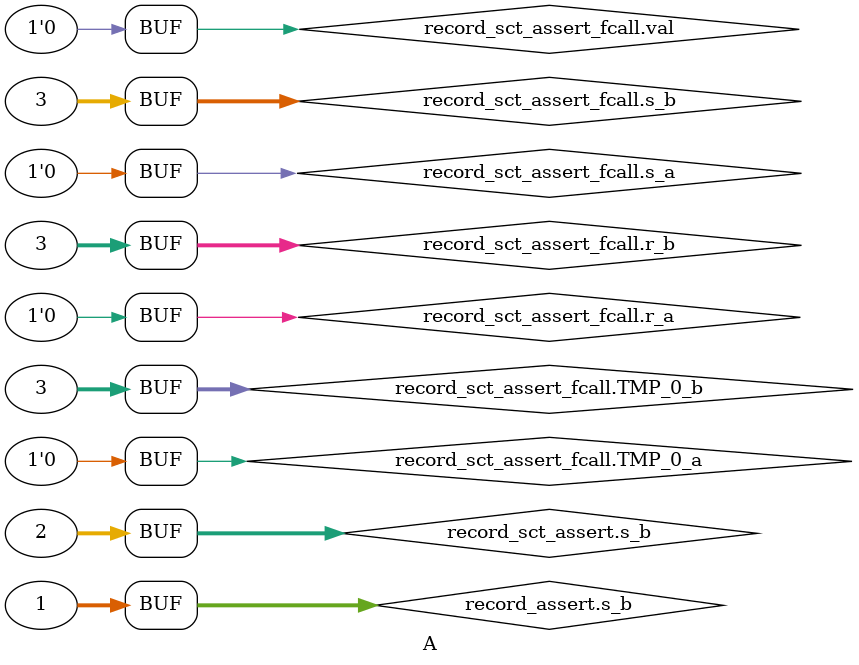
<source format=sv>

module B_top // "b_mod"
(
);


//------------------------------------------------------------------------------
// Child module instances

A a_mod
(

);

endmodule



//==============================================================================
//
// Module: A (test_return_assert_method.cpp:79:5)
//
module A // "b_mod.a_mod"
(
);

// Variables generated for SystemC signals

//------------------------------------------------------------------------------
// Method process: record_assert (test_return_assert_method.cpp:37:5) 

always_comb 
begin : record_assert     // test_return_assert_method.cpp:37:5
    logic s_a;
    integer s_b;
    s_b = 1;
end

//------------------------------------------------------------------------------
// Method process: record_sct_assert (test_return_assert_method.cpp:44:5) 

always_comb 
begin : record_sct_assert     // test_return_assert_method.cpp:44:5
    logic s_a;
    integer s_b;
    s_b = 2;
end

//------------------------------------------------------------------------------
// Method process: record_sct_assert_fcall (test_return_assert_method.cpp:58:5) 

always_comb 
begin : record_sct_assert_fcall     // test_return_assert_method.cpp:58:5
    logic val;
    logic r_a;
    integer r_b;
    logic TMP_0_a;
    integer TMP_0_b;
    logic s_a;
    integer s_b;
    val = 0;
    // Call f() begin
    r_a = val;
    r_b = 3;
    TMP_0_a = r_a; TMP_0_b = r_b;
    // Call f() end
    s_a = TMP_0_a; s_b = TMP_0_b;
end

endmodule



</source>
